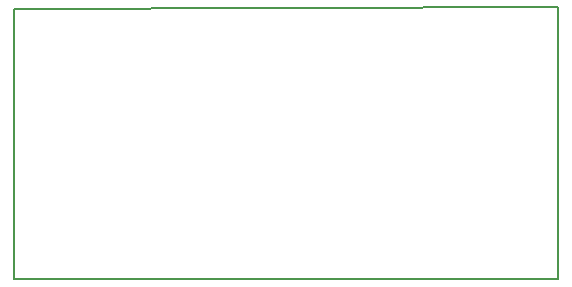
<source format=gbr>
G04 DipTrace 3.1.0.1*
G04 BoardOutline.gbr*
%MOIN*%
G04 #@! TF.FileFunction,Profile*
G04 #@! TF.Part,Single*
%ADD11C,0.005512*%
%FSLAX26Y26*%
G04*
G70*
G90*
G75*
G01*
G04 BoardOutline*
%LPD*%
X393701Y1293701D2*
D11*
Y393701D1*
X2204725D1*
Y1299950D1*
X393701Y1293701D1*
M02*

</source>
